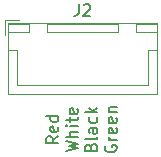
<source format=gto>
G04 #@! TF.GenerationSoftware,KiCad,Pcbnew,5.1.9-73d0e3b20d~88~ubuntu18.04.1*
G04 #@! TF.CreationDate,2021-02-15T13:14:34-05:00*
G04 #@! TF.ProjectId,connector,636f6e6e-6563-4746-9f72-2e6b69636164,v1.0.0*
G04 #@! TF.SameCoordinates,Original*
G04 #@! TF.FileFunction,Legend,Top*
G04 #@! TF.FilePolarity,Positive*
%FSLAX46Y46*%
G04 Gerber Fmt 4.6, Leading zero omitted, Abs format (unit mm)*
G04 Created by KiCad (PCBNEW 5.1.9-73d0e3b20d~88~ubuntu18.04.1) date 2021-02-15 13:14:34*
%MOMM*%
%LPD*%
G01*
G04 APERTURE LIST*
%ADD10C,0.150000*%
%ADD11C,0.120000*%
G04 APERTURE END LIST*
D10*
X97926380Y-108821429D02*
X97450190Y-109154762D01*
X97926380Y-109392858D02*
X96926380Y-109392858D01*
X96926380Y-109011905D01*
X96974000Y-108916667D01*
X97021619Y-108869048D01*
X97116857Y-108821429D01*
X97259714Y-108821429D01*
X97354952Y-108869048D01*
X97402571Y-108916667D01*
X97450190Y-109011905D01*
X97450190Y-109392858D01*
X97878761Y-108011905D02*
X97926380Y-108107143D01*
X97926380Y-108297620D01*
X97878761Y-108392858D01*
X97783523Y-108440477D01*
X97402571Y-108440477D01*
X97307333Y-108392858D01*
X97259714Y-108297620D01*
X97259714Y-108107143D01*
X97307333Y-108011905D01*
X97402571Y-107964286D01*
X97497809Y-107964286D01*
X97593047Y-108440477D01*
X97926380Y-107107143D02*
X96926380Y-107107143D01*
X97878761Y-107107143D02*
X97926380Y-107202381D01*
X97926380Y-107392858D01*
X97878761Y-107488096D01*
X97831142Y-107535715D01*
X97735904Y-107583334D01*
X97450190Y-107583334D01*
X97354952Y-107535715D01*
X97307333Y-107488096D01*
X97259714Y-107392858D01*
X97259714Y-107202381D01*
X97307333Y-107107143D01*
X98576380Y-110083334D02*
X99576380Y-109845239D01*
X98862095Y-109654762D01*
X99576380Y-109464286D01*
X98576380Y-109226191D01*
X99576380Y-108845239D02*
X98576380Y-108845239D01*
X99576380Y-108416667D02*
X99052571Y-108416667D01*
X98957333Y-108464286D01*
X98909714Y-108559524D01*
X98909714Y-108702381D01*
X98957333Y-108797620D01*
X99004952Y-108845239D01*
X99576380Y-107940477D02*
X98909714Y-107940477D01*
X98576380Y-107940477D02*
X98624000Y-107988096D01*
X98671619Y-107940477D01*
X98624000Y-107892858D01*
X98576380Y-107940477D01*
X98671619Y-107940477D01*
X98909714Y-107607143D02*
X98909714Y-107226191D01*
X98576380Y-107464286D02*
X99433523Y-107464286D01*
X99528761Y-107416667D01*
X99576380Y-107321429D01*
X99576380Y-107226191D01*
X99528761Y-106511905D02*
X99576380Y-106607143D01*
X99576380Y-106797620D01*
X99528761Y-106892858D01*
X99433523Y-106940477D01*
X99052571Y-106940477D01*
X98957333Y-106892858D01*
X98909714Y-106797620D01*
X98909714Y-106607143D01*
X98957333Y-106511905D01*
X99052571Y-106464286D01*
X99147809Y-106464286D01*
X99243047Y-106940477D01*
X100702571Y-109726191D02*
X100750190Y-109583334D01*
X100797809Y-109535715D01*
X100893047Y-109488096D01*
X101035904Y-109488096D01*
X101131142Y-109535715D01*
X101178761Y-109583334D01*
X101226380Y-109678572D01*
X101226380Y-110059524D01*
X100226380Y-110059524D01*
X100226380Y-109726191D01*
X100274000Y-109630953D01*
X100321619Y-109583334D01*
X100416857Y-109535715D01*
X100512095Y-109535715D01*
X100607333Y-109583334D01*
X100654952Y-109630953D01*
X100702571Y-109726191D01*
X100702571Y-110059524D01*
X101226380Y-108916667D02*
X101178761Y-109011905D01*
X101083523Y-109059524D01*
X100226380Y-109059524D01*
X101226380Y-108107143D02*
X100702571Y-108107143D01*
X100607333Y-108154762D01*
X100559714Y-108250001D01*
X100559714Y-108440477D01*
X100607333Y-108535715D01*
X101178761Y-108107143D02*
X101226380Y-108202381D01*
X101226380Y-108440477D01*
X101178761Y-108535715D01*
X101083523Y-108583334D01*
X100988285Y-108583334D01*
X100893047Y-108535715D01*
X100845428Y-108440477D01*
X100845428Y-108202381D01*
X100797809Y-108107143D01*
X101178761Y-107202381D02*
X101226380Y-107297620D01*
X101226380Y-107488096D01*
X101178761Y-107583334D01*
X101131142Y-107630953D01*
X101035904Y-107678572D01*
X100750190Y-107678572D01*
X100654952Y-107630953D01*
X100607333Y-107583334D01*
X100559714Y-107488096D01*
X100559714Y-107297620D01*
X100607333Y-107202381D01*
X101226380Y-106773810D02*
X100226380Y-106773810D01*
X100845428Y-106678572D02*
X101226380Y-106392858D01*
X100559714Y-106392858D02*
X100940666Y-106773810D01*
X101924000Y-109607143D02*
X101876380Y-109702381D01*
X101876380Y-109845239D01*
X101924000Y-109988096D01*
X102019238Y-110083334D01*
X102114476Y-110130953D01*
X102304952Y-110178572D01*
X102447809Y-110178572D01*
X102638285Y-110130953D01*
X102733523Y-110083334D01*
X102828761Y-109988096D01*
X102876380Y-109845239D01*
X102876380Y-109750001D01*
X102828761Y-109607143D01*
X102781142Y-109559524D01*
X102447809Y-109559524D01*
X102447809Y-109750001D01*
X102876380Y-109130953D02*
X102209714Y-109130953D01*
X102400190Y-109130953D02*
X102304952Y-109083334D01*
X102257333Y-109035715D01*
X102209714Y-108940477D01*
X102209714Y-108845239D01*
X102828761Y-108130953D02*
X102876380Y-108226191D01*
X102876380Y-108416667D01*
X102828761Y-108511905D01*
X102733523Y-108559524D01*
X102352571Y-108559524D01*
X102257333Y-108511905D01*
X102209714Y-108416667D01*
X102209714Y-108226191D01*
X102257333Y-108130953D01*
X102352571Y-108083334D01*
X102447809Y-108083334D01*
X102543047Y-108559524D01*
X102828761Y-107273810D02*
X102876380Y-107369048D01*
X102876380Y-107559524D01*
X102828761Y-107654762D01*
X102733523Y-107702381D01*
X102352571Y-107702381D01*
X102257333Y-107654762D01*
X102209714Y-107559524D01*
X102209714Y-107369048D01*
X102257333Y-107273810D01*
X102352571Y-107226191D01*
X102447809Y-107226191D01*
X102543047Y-107702381D01*
X102209714Y-106797620D02*
X102876380Y-106797620D01*
X102304952Y-106797620D02*
X102257333Y-106750001D01*
X102209714Y-106654762D01*
X102209714Y-106511905D01*
X102257333Y-106416667D01*
X102352571Y-106369048D01*
X102876380Y-106369048D01*
D11*
X93680600Y-99267000D02*
X93680600Y-105237000D01*
X93680600Y-105237000D02*
X106300600Y-105237000D01*
X106300600Y-105237000D02*
X106300600Y-99267000D01*
X106300600Y-99267000D02*
X93680600Y-99267000D01*
X96990600Y-99277000D02*
X96990600Y-100027000D01*
X96990600Y-100027000D02*
X102990600Y-100027000D01*
X102990600Y-100027000D02*
X102990600Y-99277000D01*
X102990600Y-99277000D02*
X96990600Y-99277000D01*
X93690600Y-99277000D02*
X93690600Y-100027000D01*
X93690600Y-100027000D02*
X95490600Y-100027000D01*
X95490600Y-100027000D02*
X95490600Y-99277000D01*
X95490600Y-99277000D02*
X93690600Y-99277000D01*
X104490600Y-99277000D02*
X104490600Y-100027000D01*
X104490600Y-100027000D02*
X106290600Y-100027000D01*
X106290600Y-100027000D02*
X106290600Y-99277000D01*
X106290600Y-99277000D02*
X104490600Y-99277000D01*
X93690600Y-101527000D02*
X94440600Y-101527000D01*
X94440600Y-101527000D02*
X94440600Y-104477000D01*
X94440600Y-104477000D02*
X99990600Y-104477000D01*
X106290600Y-101527000D02*
X105540600Y-101527000D01*
X105540600Y-101527000D02*
X105540600Y-104477000D01*
X105540600Y-104477000D02*
X99990600Y-104477000D01*
X94640600Y-98977000D02*
X93390600Y-98977000D01*
X93390600Y-98977000D02*
X93390600Y-100227000D01*
D10*
X99657266Y-97629380D02*
X99657266Y-98343666D01*
X99609647Y-98486523D01*
X99514409Y-98581761D01*
X99371552Y-98629380D01*
X99276314Y-98629380D01*
X100085838Y-97724619D02*
X100133457Y-97677000D01*
X100228695Y-97629380D01*
X100466790Y-97629380D01*
X100562028Y-97677000D01*
X100609647Y-97724619D01*
X100657266Y-97819857D01*
X100657266Y-97915095D01*
X100609647Y-98057952D01*
X100038219Y-98629380D01*
X100657266Y-98629380D01*
M02*

</source>
